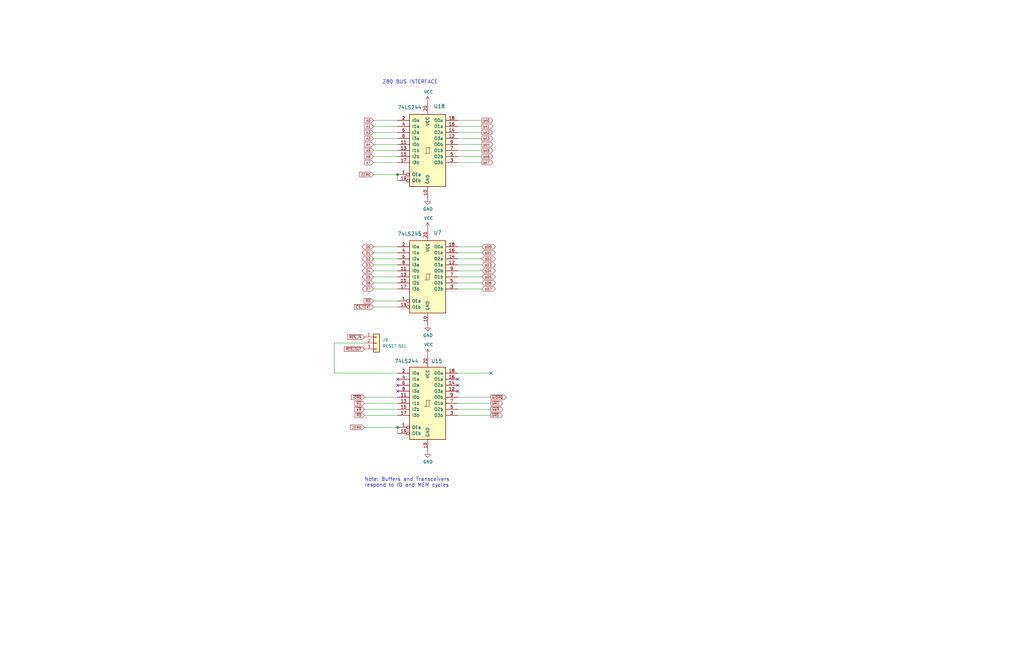
<source format=kicad_sch>
(kicad_sch (version 20211123) (generator eeschema)
  (paper "B")
  (lib_symbols
    (symbol "74xx:74LS244" (pin_names (offset 1.016))
      (property "Reference" "U" (at -7.62 16.51 0))
      (property "Value" "74LS244" (at -7.62 -16.51 0))
      (symbol "74LS244_1_0"
        (polyline (pts (xy -0.635 -1.27) (xy -0.635 1.27) (xy 0.635 1.27)))
        (polyline (pts (xy -1.27 -1.27) (xy 0.635 -1.27) (xy 0.635 1.27) (xy 1.27 1.27)))
        (pin input inverted (at -12.7 -10.16 0) (length 5.08) (name "OEa") (number "1"))
        (pin power_in line (at 0 -20.32 90) (length 5.08) (name "GND") (number "10"))
        (pin input line (at -12.7 2.54 0) (length 5.08) (name "I0b") (number "11"))
        (pin tri_state line (at 12.7 5.08 180) (length 5.08) (name "O3a") (number "12"))
        (pin input line (at -12.7 0 0) (length 5.08) (name "I1b") (number "13"))
        (pin tri_state line (at 12.7 7.62 180) (length 5.08) (name "O2a") (number "14"))
        (pin input line (at -12.7 -2.54 0) (length 5.08) (name "I2b") (number "15"))
        (pin tri_state line (at 12.7 10.16 180) (length 5.08) (name "O1a") (number "16"))
        (pin input line (at -12.7 -5.08 0) (length 5.08) (name "I3b") (number "17"))
        (pin tri_state line (at 12.7 12.7 180) (length 5.08) (name "O0a") (number "18"))
        (pin input inverted (at -12.7 -12.7 0) (length 5.08) (name "OEb") (number "19"))
        (pin input line (at -12.7 12.7 0) (length 5.08) (name "I0a") (number "2"))
        (pin power_in line (at 0 20.32 270) (length 5.08) (name "VCC") (number "20"))
        (pin tri_state line (at 12.7 -5.08 180) (length 5.08) (name "O3b") (number "3"))
        (pin input line (at -12.7 10.16 0) (length 5.08) (name "I1a") (number "4"))
        (pin tri_state line (at 12.7 -2.54 180) (length 5.08) (name "O2b") (number "5"))
        (pin input line (at -12.7 7.62 0) (length 5.08) (name "I2a") (number "6"))
        (pin tri_state line (at 12.7 0 180) (length 5.08) (name "O1b") (number "7"))
        (pin input line (at -12.7 5.08 0) (length 5.08) (name "I3a") (number "8"))
        (pin tri_state line (at 12.7 2.54 180) (length 5.08) (name "O0b") (number "9"))
      )
      (symbol "74LS244_1_1"
        (rectangle (start -7.62 15.24) (end 7.62 -15.24) (stroke (width 0.254)) (fill (type background)))
      )
    )
    (symbol "Connector_Generic:Conn_01x03" (pin_names (offset 1.016) hide)
      (property "Reference" "J" (at 0 5.08 0))
      (property "Value" "Conn_01x03" (at 0 -5.08 0))
      (symbol "Conn_01x03_1_1"
        (rectangle (start -1.27 -2.413) (end 0 -2.667) (stroke (width 0.1524)))
        (rectangle (start -1.27 0.127) (end 0 -0.127) (stroke (width 0.1524)))
        (rectangle (start -1.27 2.667) (end 0 2.413) (stroke (width 0.1524)))
        (rectangle (start -1.27 3.81) (end 1.27 -3.81) (stroke (width 0.254)) (fill (type background)))
        (pin passive line (at -5.08 2.54 0) (length 3.81) (name "Pin_1") (number "1"))
        (pin passive line (at -5.08 0 0) (length 3.81) (name "Pin_2") (number "2"))
        (pin passive line (at -5.08 -2.54 0) (length 3.81) (name "Pin_3") (number "3"))
      )
    )
    (symbol "power:GND" (power) (pin_names (offset 0))
      (property "Value" "GND" (at 0 -3.81 0))
      (symbol "GND_0_1"
        (polyline (pts (xy 0 0) (xy 0 -1.27) (xy 1.27 -1.27) (xy 0 -2.54) (xy -1.27 -1.27) (xy 0 -1.27)))
      )
      (symbol "GND_1_1"
        (pin power_in line (at 0 0 270) (length 0) hide (name "GND") (number "1"))
      )
    )
    (symbol "power:VCC" (power) (pin_names (offset 0))
      (property "Value" "VCC" (at 0 3.81 0))
      (symbol "VCC_0_1"
        (polyline (pts (xy -0.762 1.27) (xy 0 2.54)))
        (polyline (pts (xy 0 0) (xy 0 2.54)))
        (polyline (pts (xy 0 2.54) (xy 0.762 1.27)))
      )
      (symbol "VCC_1_1"
        (pin power_in line (at 0 0 90) (length 0) hide (name "VCC") (number "1"))
      )
    )
  )
  (junction (at 167.64 180.34))
  (junction (at 167.64 73.66))
  (no_connect (at 167.64 162.56))
  (no_connect (at 167.64 160.02))
  (no_connect (at 193.04 160.02))
  (no_connect (at 193.04 165.1))
  (no_connect (at 207.01 157.48))
  (no_connect (at 193.04 162.56))
  (no_connect (at 167.64 165.1))
  (wire (pts (xy 193.04 60.96) (xy 203.2 60.96)))
  (wire (pts (xy 193.04 167.64) (xy 207.01 167.64)))
  (wire (pts (xy 193.04 104.14) (xy 203.2 104.14)))
  (wire (pts (xy 157.48 119.38) (xy 167.64 119.38)))
  (wire (pts (xy 193.04 66.04) (xy 203.2 66.04)))
  (wire (pts (xy 167.64 180.34) (xy 167.64 182.88)))
  (wire (pts (xy 153.67 170.18) (xy 167.64 170.18)))
  (wire (pts (xy 157.48 127) (xy 167.64 127)))
  (wire (pts (xy 157.48 63.5) (xy 167.64 63.5)))
  (wire (pts (xy 157.48 106.68) (xy 167.64 106.68)))
  (wire (pts (xy 157.48 53.34) (xy 167.64 53.34)))
  (wire (pts (xy 193.04 68.58) (xy 203.2 68.58)))
  (wire (pts (xy 157.48 116.84) (xy 167.64 116.84)))
  (wire (pts (xy 193.04 157.48) (xy 207.01 157.48)))
  (wire (pts (xy 157.48 66.04) (xy 167.64 66.04)))
  (wire (pts (xy 157.48 68.58) (xy 167.64 68.58)))
  (wire (pts (xy 157.48 104.14) (xy 167.64 104.14)))
  (wire (pts (xy 157.48 109.22) (xy 167.64 109.22)))
  (wire (pts (xy 193.04 111.76) (xy 203.2 111.76)))
  (wire (pts (xy 157.48 114.3) (xy 167.64 114.3)))
  (wire (pts (xy 193.04 50.8) (xy 203.2 50.8)))
  (wire (pts (xy 153.67 167.64) (xy 167.64 167.64)))
  (wire (pts (xy 157.48 55.88) (xy 167.64 55.88)))
  (wire (pts (xy 193.04 106.68) (xy 203.2 106.68)))
  (wire (pts (xy 193.04 175.26) (xy 207.01 175.26)))
  (wire (pts (xy 157.48 121.92) (xy 167.64 121.92)))
  (wire (pts (xy 157.48 50.8) (xy 167.64 50.8)))
  (wire (pts (xy 157.48 58.42) (xy 167.64 58.42)))
  (wire (pts (xy 140.97 157.48) (xy 167.64 157.48)))
  (wire (pts (xy 193.04 121.92) (xy 203.2 121.92)))
  (wire (pts (xy 193.04 116.84) (xy 203.2 116.84)))
  (wire (pts (xy 153.67 172.72) (xy 167.64 172.72)))
  (wire (pts (xy 153.67 180.34) (xy 167.64 180.34)))
  (wire (pts (xy 157.48 129.54) (xy 167.64 129.54)))
  (wire (pts (xy 140.97 144.78) (xy 140.97 157.48)))
  (wire (pts (xy 193.04 55.88) (xy 203.2 55.88)))
  (wire (pts (xy 193.04 172.72) (xy 207.01 172.72)))
  (wire (pts (xy 157.48 60.96) (xy 167.64 60.96)))
  (wire (pts (xy 193.04 53.34) (xy 203.2 53.34)))
  (wire (pts (xy 193.04 109.22) (xy 203.2 109.22)))
  (wire (pts (xy 157.48 111.76) (xy 167.64 111.76)))
  (wire (pts (xy 193.04 114.3) (xy 203.2 114.3)))
  (wire (pts (xy 140.97 144.78) (xy 153.67 144.78)))
  (wire (pts (xy 167.64 76.2) (xy 167.64 73.66)))
  (wire (pts (xy 157.48 73.66) (xy 167.64 73.66)))
  (wire (pts (xy 153.67 175.26) (xy 167.64 175.26)))
  (wire (pts (xy 193.04 63.5) (xy 203.2 63.5)))
  (wire (pts (xy 193.04 119.38) (xy 203.2 119.38)))
  (wire (pts (xy 193.04 58.42) (xy 203.2 58.42)))
  (wire (pts (xy 193.04 170.18) (xy 207.01 170.18)))
  (text "Z80 BUS INTERFACE" (at 161.29 35.56 0) (effects (font (size 1.524 1.524)) (justify left bottom)))
  (text "Note: Buffers and Transceivers\nrespond to IO and MEM cycles" (at 153.67 205.74 0) (effects (font (size 1.524 1.524)) (justify left bottom)))
  (global_label "bD5" (shape bidirectional) (at 203.2 116.84 0) (effects (font (size 1.016 1.016))) (property "Intersheet References" "${INTERSHEET_REFS}" (effects hide)))
  (global_label "~{RES_OUT}" (shape input) (at 153.67 147.32 180) (effects (font (size 1.016 1.016))) (property "Intersheet References" "${INTERSHEET_REFS}" (effects hide)))
  (global_label "bA4" (shape output) (at 203.2 60.96 0) (effects (font (size 1.016 1.016))) (property "Intersheet References" "${INTERSHEET_REFS}" (effects hide)))
  (global_label "D4" (shape bidirectional) (at 157.48 114.3 180) (effects (font (size 1.016 1.016))) (property "Intersheet References" "${INTERSHEET_REFS}" (effects hide)))
  (global_label "~{RES_IN}" (shape input) (at 153.67 142.24 180) (effects (font (size 1.016 1.016))) (property "Intersheet References" "${INTERSHEET_REFS}" (effects hide)))
  (global_label "~{bWR}" (shape output) (at 207.01 172.72 0) (effects (font (size 1.016 1.016))) (property "Intersheet References" "${INTERSHEET_REFS}" (effects hide)))
  (global_label "~{bIORQ}" (shape output) (at 207.01 167.64 0) (effects (font (size 1.016 1.016))) (property "Intersheet References" "${INTERSHEET_REFS}" (effects hide)))
  (global_label "~{WR}" (shape input) (at 153.67 172.72 180) (effects (font (size 1.016 1.016))) (property "Intersheet References" "${INTERSHEET_REFS}" (effects hide)))
  (global_label "bA3" (shape output) (at 203.2 58.42 0) (effects (font (size 1.016 1.016))) (property "Intersheet References" "${INTERSHEET_REFS}" (effects hide)))
  (global_label "D3" (shape bidirectional) (at 157.48 111.76 180) (effects (font (size 1.016 1.016))) (property "Intersheet References" "${INTERSHEET_REFS}" (effects hide)))
  (global_label "ZERO" (shape input) (at 153.67 180.34 180) (effects (font (size 1.016 1.016))) (property "Intersheet References" "${INTERSHEET_REFS}" (effects hide)))
  (global_label "bD2" (shape bidirectional) (at 203.2 109.22 0) (effects (font (size 1.016 1.016))) (property "Intersheet References" "${INTERSHEET_REFS}" (effects hide)))
  (global_label "~{CS_TEXT}" (shape input) (at 157.48 129.54 180) (effects (font (size 1.016 1.016))) (property "Intersheet References" "${INTERSHEET_REFS}" (effects hide)))
  (global_label "A7" (shape input) (at 157.48 68.58 180) (effects (font (size 1.016 1.016))) (property "Intersheet References" "${INTERSHEET_REFS}" (effects hide)))
  (global_label "A1" (shape input) (at 157.48 53.34 180) (effects (font (size 1.016 1.016))) (property "Intersheet References" "${INTERSHEET_REFS}" (effects hide)))
  (global_label "bD7" (shape bidirectional) (at 203.2 121.92 0) (effects (font (size 1.016 1.016))) (property "Intersheet References" "${INTERSHEET_REFS}" (effects hide)))
  (global_label "D6" (shape bidirectional) (at 157.48 119.38 180) (effects (font (size 1.016 1.016))) (property "Intersheet References" "${INTERSHEET_REFS}" (effects hide)))
  (global_label "~{bRD}" (shape output) (at 207.01 175.26 0) (effects (font (size 1.016 1.016))) (property "Intersheet References" "${INTERSHEET_REFS}" (effects hide)))
  (global_label "ZERO" (shape input) (at 157.48 73.66 180) (effects (font (size 1.016 1.016))) (property "Intersheet References" "${INTERSHEET_REFS}" (effects hide)))
  (global_label "~{IORQ}" (shape input) (at 153.67 167.64 180) (effects (font (size 1.016 1.016))) (property "Intersheet References" "${INTERSHEET_REFS}" (effects hide)))
  (global_label "bA0" (shape output) (at 203.2 50.8 0) (effects (font (size 1.016 1.016))) (property "Intersheet References" "${INTERSHEET_REFS}" (effects hide)))
  (global_label "~{M1}" (shape input) (at 153.67 170.18 180) (effects (font (size 1.016 1.016))) (property "Intersheet References" "${INTERSHEET_REFS}" (effects hide)))
  (global_label "D1" (shape bidirectional) (at 157.48 106.68 180) (effects (font (size 1.016 1.016))) (property "Intersheet References" "${INTERSHEET_REFS}" (effects hide)))
  (global_label "bA6" (shape output) (at 203.2 66.04 0) (effects (font (size 1.016 1.016))) (property "Intersheet References" "${INTERSHEET_REFS}" (effects hide)))
  (global_label "D5" (shape bidirectional) (at 157.48 116.84 180) (effects (font (size 1.016 1.016))) (property "Intersheet References" "${INTERSHEET_REFS}" (effects hide)))
  (global_label "bD3" (shape bidirectional) (at 203.2 111.76 0) (effects (font (size 1.016 1.016))) (property "Intersheet References" "${INTERSHEET_REFS}" (effects hide)))
  (global_label "A2" (shape input) (at 157.48 55.88 180) (effects (font (size 1.016 1.016))) (property "Intersheet References" "${INTERSHEET_REFS}" (effects hide)))
  (global_label "A4" (shape input) (at 157.48 60.96 180) (effects (font (size 1.016 1.016))) (property "Intersheet References" "${INTERSHEET_REFS}" (effects hide)))
  (global_label "D2" (shape bidirectional) (at 157.48 109.22 180) (effects (font (size 1.016 1.016))) (property "Intersheet References" "${INTERSHEET_REFS}" (effects hide)))
  (global_label "bA2" (shape output) (at 203.2 55.88 0) (effects (font (size 1.016 1.016))) (property "Intersheet References" "${INTERSHEET_REFS}" (effects hide)))
  (global_label "bA1" (shape output) (at 203.2 53.34 0) (effects (font (size 1.016 1.016))) (property "Intersheet References" "${INTERSHEET_REFS}" (effects hide)))
  (global_label "bA7" (shape output) (at 203.2 68.58 0) (effects (font (size 1.016 1.016))) (property "Intersheet References" "${INTERSHEET_REFS}" (effects hide)))
  (global_label "bD4" (shape bidirectional) (at 203.2 114.3 0) (effects (font (size 1.016 1.016))) (property "Intersheet References" "${INTERSHEET_REFS}" (effects hide)))
  (global_label "D7" (shape bidirectional) (at 157.48 121.92 180) (effects (font (size 1.016 1.016))) (property "Intersheet References" "${INTERSHEET_REFS}" (effects hide)))
  (global_label "~{RD}" (shape input) (at 157.48 127 180) (effects (font (size 1.016 1.016))) (property "Intersheet References" "${INTERSHEET_REFS}" (effects hide)))
  (global_label "~{RD}" (shape input) (at 153.67 175.26 180) (effects (font (size 1.016 1.016))) (property "Intersheet References" "${INTERSHEET_REFS}" (effects hide)))
  (global_label "A3" (shape input) (at 157.48 58.42 180) (effects (font (size 1.016 1.016))) (property "Intersheet References" "${INTERSHEET_REFS}" (effects hide)))
  (global_label "bD1" (shape bidirectional) (at 203.2 106.68 0) (effects (font (size 1.016 1.016))) (property "Intersheet References" "${INTERSHEET_REFS}" (effects hide)))
  (global_label "A6" (shape input) (at 157.48 66.04 180) (effects (font (size 1.016 1.016))) (property "Intersheet References" "${INTERSHEET_REFS}" (effects hide)))
  (global_label "~{bM1}" (shape output) (at 207.01 170.18 0) (effects (font (size 1.016 1.016))) (property "Intersheet References" "${INTERSHEET_REFS}" (effects hide)))
  (global_label "bD6" (shape bidirectional) (at 203.2 119.38 0) (effects (font (size 1.016 1.016))) (property "Intersheet References" "${INTERSHEET_REFS}" (effects hide)))
  (global_label "bA5" (shape output) (at 203.2 63.5 0) (effects (font (size 1.016 1.016))) (property "Intersheet References" "${INTERSHEET_REFS}" (effects hide)))
  (global_label "A5" (shape input) (at 157.48 63.5 180) (effects (font (size 1.016 1.016))) (property "Intersheet References" "${INTERSHEET_REFS}" (effects hide)))
  (global_label "D0" (shape bidirectional) (at 157.48 104.14 180) (effects (font (size 1.016 1.016))) (property "Intersheet References" "${INTERSHEET_REFS}" (effects hide)))
  (global_label "A0" (shape input) (at 157.48 50.8 180) (effects (font (size 1.016 1.016))) (property "Intersheet References" "${INTERSHEET_REFS}" (effects hide)))
  (global_label "bD0" (shape bidirectional) (at 203.2 104.14 0) (effects (font (size 1.016 1.016))) (property "Intersheet References" "${INTERSHEET_REFS}" (effects hide)))
  (symbol (lib_id "74xx:74LS244") (at 180.34 116.84 0) (unit 1)
    (property "Reference" "U7" (at 182.88 99.06 0) (effects (font (size 1.524 1.524)) (justify left bottom)))
    (property "Value" "74LS245" (at 167.64 97.79 0) (effects (font (size 1.524 1.524)) (justify left top)))
    (property "Footprint" "Package_DIP:DIP-20_W7.62mm" (effects hide))
    (property "Datasheet" "http://www.ti.com/lit/ds/symlink/sn74ls244.pdf" (effects hide))
  )
  (symbol (lib_id "power:VCC") (at 180.34 43.18 0) (unit 1)
    (property "Reference" "#PWR037" (effects hide))
    (property "Value" "VCC" (at 180.721 38.7858 0))
  )
  (symbol (lib_id "power:GND") (at 180.34 83.82 0) (unit 1)
    (property "Reference" "#PWR038" (effects hide))
    (property "Value" "GND" (at 180.467 88.2142 0))
  )
  (symbol (lib_id "power:VCC") (at 180.34 96.52 0) (unit 1)
    (property "Reference" "#PWR039" (effects hide))
    (property "Value" "VCC" (at 180.721 92.1258 0))
  )
  (symbol (lib_id "power:VCC") (at 180.34 149.86 0) (unit 1)
    (property "Reference" "#PWR041" (effects hide))
    (property "Value" "VCC" (at 180.721 145.4658 0))
  )
  (symbol (lib_id "power:GND") (at 180.34 137.16 0) (unit 1)
    (property "Reference" "#PWR040" (effects hide))
    (property "Value" "GND" (at 180.467 141.5542 0))
  )
  (symbol (lib_id "power:GND") (at 180.34 190.5 0) (unit 1)
    (property "Reference" "#PWR042" (effects hide))
    (property "Value" "GND" (at 180.467 194.8942 0))
  )
  (symbol (lib_id "74xx:74LS244") (at 180.34 170.18 0) (unit 1)
    (property "Reference" "U15" (at 184.15 152.4 0) (effects (font (size 1.524 1.524))))
    (property "Value" "74LS244" (at 171.45 152.4 0) (effects (font (size 1.524 1.524))))
    (property "Footprint" "Package_DIP:DIP-20_W7.62mm" (effects hide))
    (property "Datasheet" "http://www.ti.com/lit/ds/symlink/sn74ls244.pdf" (effects hide))
  )
  (symbol (lib_id "74xx:74LS244") (at 180.34 63.5 0) (unit 1)
    (property "Reference" "U18" (at 182.88 45.72 0) (effects (font (size 1.524 1.524)) (justify left bottom)))
    (property "Value" "74LS244" (at 167.64 44.45 0) (effects (font (size 1.524 1.524)) (justify left top)))
    (property "Footprint" "Package_DIP:DIP-20_W7.62mm" (effects hide))
    (property "Datasheet" "http://www.ti.com/lit/ds/symlink/sn74ls244.pdf" (effects hide))
  )
  (symbol (lib_id "Connector_Generic:Conn_01x03") (at 158.75 144.78 0) (unit 1)
    (property "Reference" "J9" (at 161.29 143.5099 0) (effects (justify left)))
    (property "Value" "RESET SEL" (at 161.29 146.0499 0) (effects (justify left)))
    (property "Footprint" "Connector_PinHeader_2.54mm:PinHeader_1x03_P2.54mm_Vertical" (effects hide))
  )
)
</source>
